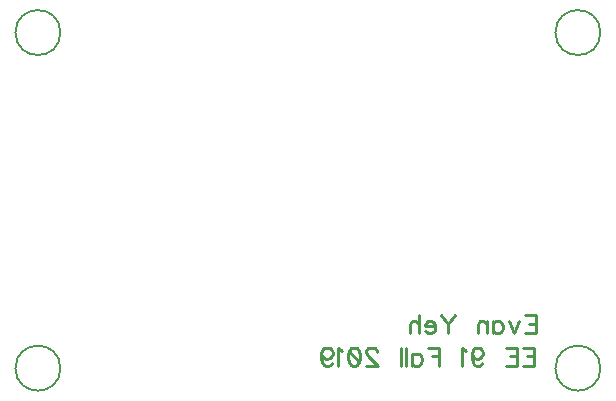
<source format=gbr>
G04 DipTrace 3.3.1.3*
G04 BottomSilk.gbr*
%MOIN*%
G04 #@! TF.FileFunction,Legend,Bot*
G04 #@! TF.Part,Single*
%ADD17C,0.005*%
%ADD36C,0.009264*%
%FSLAX26Y26*%
G04*
G70*
G90*
G75*
G01*
G04 BotSilk*
%LPD*%
X25000Y1218750D2*
D17*
G02X25000Y1218750I75000J0D01*
G01*
Y100000D2*
G02X25000Y100000I75000J0D01*
G01*
X1825000D2*
G02X1825000Y100000I75000J0D01*
G01*
Y1218750D2*
G02X1825000Y1218750I75000J0D01*
G01*
X1722066Y276717D2*
D36*
X1759340D1*
Y216429D1*
X1722066D1*
X1759340Y247999D2*
X1736392D1*
X1703539Y256621D2*
X1686295Y216429D1*
X1669117Y256621D1*
X1616169D2*
Y216429D1*
Y247999D2*
X1621872Y253769D1*
X1627642Y256621D1*
X1636198D1*
X1641968Y253769D1*
X1647672Y247999D1*
X1650590Y239377D1*
Y233673D1*
X1647672Y225051D1*
X1641968Y219347D1*
X1636198Y216429D1*
X1627642D1*
X1621872Y219347D1*
X1616169Y225051D1*
X1597641Y256621D2*
Y216429D1*
Y245147D2*
X1589019Y253769D1*
X1583249Y256621D1*
X1574694D1*
X1568923Y253769D1*
X1566071Y245147D1*
Y216429D1*
X1489223Y276717D2*
X1466275Y247999D1*
Y216429D1*
X1443327Y276717D2*
X1466275Y247999D1*
X1424800Y239377D2*
X1390378D1*
Y245147D1*
X1393230Y250917D1*
X1396082Y253769D1*
X1401852Y256621D1*
X1410474D1*
X1416178Y253769D1*
X1421948Y247999D1*
X1424800Y239377D1*
Y233673D1*
X1421948Y225051D1*
X1416178Y219347D1*
X1410474Y216429D1*
X1401852D1*
X1396082Y219347D1*
X1390378Y225051D1*
X1371851Y276717D2*
Y216429D1*
Y245147D2*
X1363229Y253769D1*
X1357459Y256621D1*
X1348837D1*
X1343133Y253769D1*
X1340281Y245147D1*
Y216429D1*
X1716258Y168893D2*
X1753532D1*
Y108605D1*
X1716258D1*
X1753532Y140175D2*
X1730584D1*
X1660457Y168893D2*
X1697731D1*
Y108605D1*
X1660457D1*
X1697731Y140175D2*
X1674783D1*
X1546269Y148797D2*
X1549187Y140175D1*
X1554891Y134405D1*
X1563513Y131553D1*
X1566365D1*
X1574987Y134405D1*
X1580691Y140175D1*
X1583609Y148797D1*
Y151649D1*
X1580691Y160271D1*
X1574987Y165975D1*
X1566365Y168827D1*
X1563513D1*
X1554891Y165975D1*
X1549187Y160271D1*
X1546269Y148797D1*
Y134405D1*
X1549187Y120079D1*
X1554891Y111457D1*
X1563513Y108605D1*
X1569217D1*
X1577839Y111457D1*
X1580691Y117227D1*
X1527742Y157353D2*
X1521971Y160271D1*
X1513349Y168827D1*
Y108605D1*
X1399161Y168893D2*
X1436501D1*
Y108605D1*
Y140175D2*
X1413553D1*
X1346212Y148797D2*
Y108605D1*
Y140175D2*
X1351916Y145945D1*
X1357686Y148797D1*
X1366242D1*
X1372012Y145945D1*
X1377716Y140175D1*
X1380634Y131553D1*
Y125849D1*
X1377716Y117227D1*
X1372012Y111523D1*
X1366242Y108605D1*
X1357686D1*
X1351916Y111523D1*
X1346212Y117227D1*
X1327685Y168893D2*
Y108605D1*
X1309158Y168893D2*
Y108605D1*
X1229391Y154501D2*
Y157353D1*
X1226540Y163123D1*
X1223688Y165975D1*
X1217917Y168827D1*
X1206444D1*
X1200740Y165975D1*
X1197888Y163123D1*
X1194970Y157353D1*
Y151649D1*
X1197888Y145879D1*
X1203592Y137323D1*
X1232310Y108605D1*
X1192118D1*
X1156346Y168827D2*
X1164969Y165975D1*
X1170739Y157353D1*
X1173591Y143027D1*
Y134405D1*
X1170739Y120079D1*
X1164969Y111457D1*
X1156346Y108605D1*
X1150643D1*
X1142021Y111457D1*
X1136317Y120079D1*
X1133399Y134405D1*
Y143027D1*
X1136317Y157353D1*
X1142021Y165975D1*
X1150643Y168827D1*
X1156346D1*
X1136317Y157353D2*
X1170739Y120079D1*
X1114871Y157353D2*
X1109101Y160271D1*
X1100479Y168827D1*
Y108605D1*
X1044612Y148797D2*
X1047530Y140175D1*
X1053234Y134405D1*
X1061856Y131553D1*
X1064708D1*
X1073330Y134405D1*
X1079034Y140175D1*
X1081952Y148797D1*
Y151649D1*
X1079034Y160271D1*
X1073330Y165975D1*
X1064708Y168827D1*
X1061856D1*
X1053234Y165975D1*
X1047530Y160271D1*
X1044612Y148797D1*
Y134405D1*
X1047530Y120079D1*
X1053234Y111457D1*
X1061856Y108605D1*
X1067560D1*
X1076182Y111457D1*
X1079034Y117227D1*
M02*

</source>
